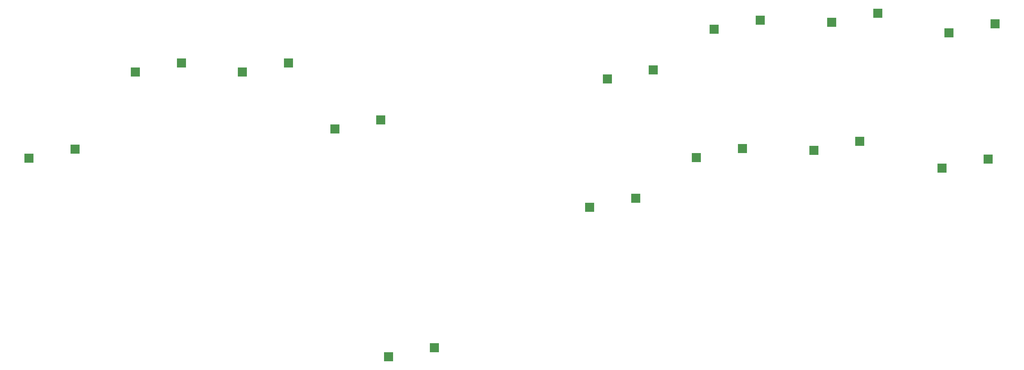
<source format=gbp>
G04 #@! TF.GenerationSoftware,KiCad,Pcbnew,7.0.5*
G04 #@! TF.CreationDate,2023-09-04T11:48:08-04:00*
G04 #@! TF.ProjectId,Hitbox Full Pcb,48697462-6f78-4204-9675-6c6c20506362,rev?*
G04 #@! TF.SameCoordinates,Original*
G04 #@! TF.FileFunction,Paste,Bot*
G04 #@! TF.FilePolarity,Positive*
%FSLAX46Y46*%
G04 Gerber Fmt 4.6, Leading zero omitted, Abs format (unit mm)*
G04 Created by KiCad (PCBNEW 7.0.5) date 2023-09-04 11:48:08*
%MOMM*%
%LPD*%
G01*
G04 APERTURE LIST*
%ADD10R,2.550000X2.500000*%
G04 APERTURE END LIST*
D10*
X393705000Y-75020000D03*
X406632000Y-72480000D03*
X559215000Y-60980000D03*
X572142000Y-58440000D03*
X496205000Y-76980000D03*
X509132000Y-74440000D03*
X491235000Y-113000000D03*
X504162000Y-110460000D03*
X526225000Y-62940000D03*
X539152000Y-60400000D03*
X590235000Y-101990000D03*
X603162000Y-99450000D03*
X419655000Y-90990000D03*
X432582000Y-88450000D03*
X592185000Y-63970000D03*
X605112000Y-61430000D03*
X521205000Y-99030000D03*
X534132000Y-96490000D03*
X434735000Y-155000000D03*
X447662000Y-152460000D03*
X363685000Y-74980000D03*
X376612000Y-72440000D03*
X554195000Y-96980000D03*
X567122000Y-94440000D03*
X333755000Y-99200000D03*
X346682000Y-96660000D03*
M02*

</source>
